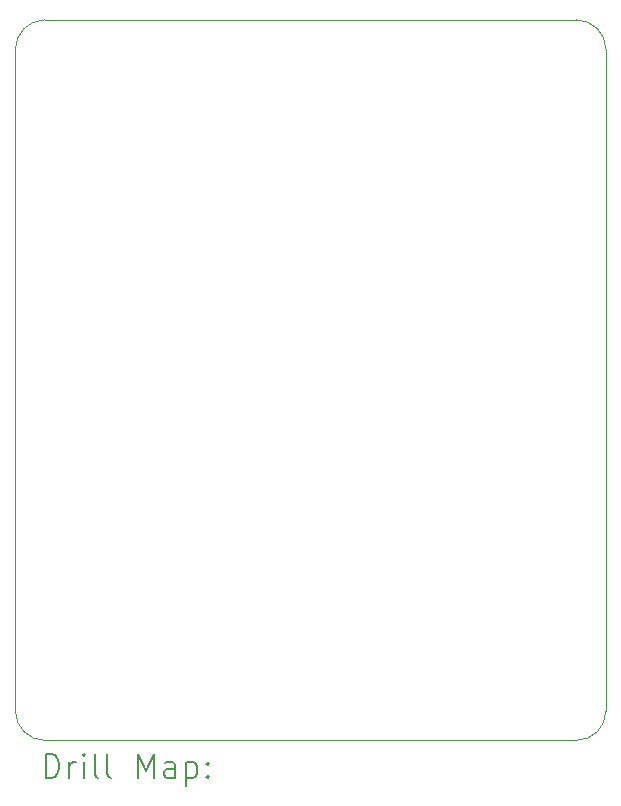
<source format=gbr>
%TF.GenerationSoftware,KiCad,Pcbnew,7.0.11-7.0.11~ubuntu22.04.1*%
%TF.CreationDate,2025-03-19T11:20:14+01:00*%
%TF.ProjectId,dancebots-pcb,64616e63-6562-46f7-9473-2d7063622e6b,v8.3*%
%TF.SameCoordinates,Original*%
%TF.FileFunction,Drillmap*%
%TF.FilePolarity,Positive*%
%FSLAX45Y45*%
G04 Gerber Fmt 4.5, Leading zero omitted, Abs format (unit mm)*
G04 Created by KiCad (PCBNEW 7.0.11-7.0.11~ubuntu22.04.1) date 2025-03-19 11:20:14*
%MOMM*%
%LPD*%
G01*
G04 APERTURE LIST*
%ADD10C,0.100000*%
%ADD11C,0.200000*%
G04 APERTURE END LIST*
D10*
X15000000Y-9150000D02*
G75*
G03*
X14750000Y-8900000I-250000J0D01*
G01*
X15000000Y-14750000D02*
X15000000Y-9150000D01*
X14750000Y-15000000D02*
G75*
G03*
X15000000Y-14750000I0J250000D01*
G01*
X10250000Y-15000000D02*
X14750000Y-15000000D01*
X10000000Y-9150000D02*
X10000000Y-14750000D01*
X10000000Y-14750000D02*
G75*
G03*
X10250000Y-15000000I250000J0D01*
G01*
X10250000Y-8900000D02*
G75*
G03*
X10000000Y-9150000I0J-250000D01*
G01*
X10250000Y-8900000D02*
X14750000Y-8900000D01*
D11*
X10255777Y-15316484D02*
X10255777Y-15116484D01*
X10255777Y-15116484D02*
X10303396Y-15116484D01*
X10303396Y-15116484D02*
X10331967Y-15126008D01*
X10331967Y-15126008D02*
X10351015Y-15145055D01*
X10351015Y-15145055D02*
X10360539Y-15164103D01*
X10360539Y-15164103D02*
X10370063Y-15202198D01*
X10370063Y-15202198D02*
X10370063Y-15230769D01*
X10370063Y-15230769D02*
X10360539Y-15268865D01*
X10360539Y-15268865D02*
X10351015Y-15287912D01*
X10351015Y-15287912D02*
X10331967Y-15306960D01*
X10331967Y-15306960D02*
X10303396Y-15316484D01*
X10303396Y-15316484D02*
X10255777Y-15316484D01*
X10455777Y-15316484D02*
X10455777Y-15183150D01*
X10455777Y-15221246D02*
X10465301Y-15202198D01*
X10465301Y-15202198D02*
X10474824Y-15192674D01*
X10474824Y-15192674D02*
X10493872Y-15183150D01*
X10493872Y-15183150D02*
X10512920Y-15183150D01*
X10579586Y-15316484D02*
X10579586Y-15183150D01*
X10579586Y-15116484D02*
X10570063Y-15126008D01*
X10570063Y-15126008D02*
X10579586Y-15135531D01*
X10579586Y-15135531D02*
X10589110Y-15126008D01*
X10589110Y-15126008D02*
X10579586Y-15116484D01*
X10579586Y-15116484D02*
X10579586Y-15135531D01*
X10703396Y-15316484D02*
X10684348Y-15306960D01*
X10684348Y-15306960D02*
X10674824Y-15287912D01*
X10674824Y-15287912D02*
X10674824Y-15116484D01*
X10808158Y-15316484D02*
X10789110Y-15306960D01*
X10789110Y-15306960D02*
X10779586Y-15287912D01*
X10779586Y-15287912D02*
X10779586Y-15116484D01*
X11036729Y-15316484D02*
X11036729Y-15116484D01*
X11036729Y-15116484D02*
X11103396Y-15259341D01*
X11103396Y-15259341D02*
X11170063Y-15116484D01*
X11170063Y-15116484D02*
X11170063Y-15316484D01*
X11351015Y-15316484D02*
X11351015Y-15211722D01*
X11351015Y-15211722D02*
X11341491Y-15192674D01*
X11341491Y-15192674D02*
X11322443Y-15183150D01*
X11322443Y-15183150D02*
X11284348Y-15183150D01*
X11284348Y-15183150D02*
X11265301Y-15192674D01*
X11351015Y-15306960D02*
X11331967Y-15316484D01*
X11331967Y-15316484D02*
X11284348Y-15316484D01*
X11284348Y-15316484D02*
X11265301Y-15306960D01*
X11265301Y-15306960D02*
X11255777Y-15287912D01*
X11255777Y-15287912D02*
X11255777Y-15268865D01*
X11255777Y-15268865D02*
X11265301Y-15249817D01*
X11265301Y-15249817D02*
X11284348Y-15240293D01*
X11284348Y-15240293D02*
X11331967Y-15240293D01*
X11331967Y-15240293D02*
X11351015Y-15230769D01*
X11446253Y-15183150D02*
X11446253Y-15383150D01*
X11446253Y-15192674D02*
X11465301Y-15183150D01*
X11465301Y-15183150D02*
X11503396Y-15183150D01*
X11503396Y-15183150D02*
X11522443Y-15192674D01*
X11522443Y-15192674D02*
X11531967Y-15202198D01*
X11531967Y-15202198D02*
X11541491Y-15221246D01*
X11541491Y-15221246D02*
X11541491Y-15278388D01*
X11541491Y-15278388D02*
X11531967Y-15297436D01*
X11531967Y-15297436D02*
X11522443Y-15306960D01*
X11522443Y-15306960D02*
X11503396Y-15316484D01*
X11503396Y-15316484D02*
X11465301Y-15316484D01*
X11465301Y-15316484D02*
X11446253Y-15306960D01*
X11627205Y-15297436D02*
X11636729Y-15306960D01*
X11636729Y-15306960D02*
X11627205Y-15316484D01*
X11627205Y-15316484D02*
X11617682Y-15306960D01*
X11617682Y-15306960D02*
X11627205Y-15297436D01*
X11627205Y-15297436D02*
X11627205Y-15316484D01*
X11627205Y-15192674D02*
X11636729Y-15202198D01*
X11636729Y-15202198D02*
X11627205Y-15211722D01*
X11627205Y-15211722D02*
X11617682Y-15202198D01*
X11617682Y-15202198D02*
X11627205Y-15192674D01*
X11627205Y-15192674D02*
X11627205Y-15211722D01*
M02*

</source>
